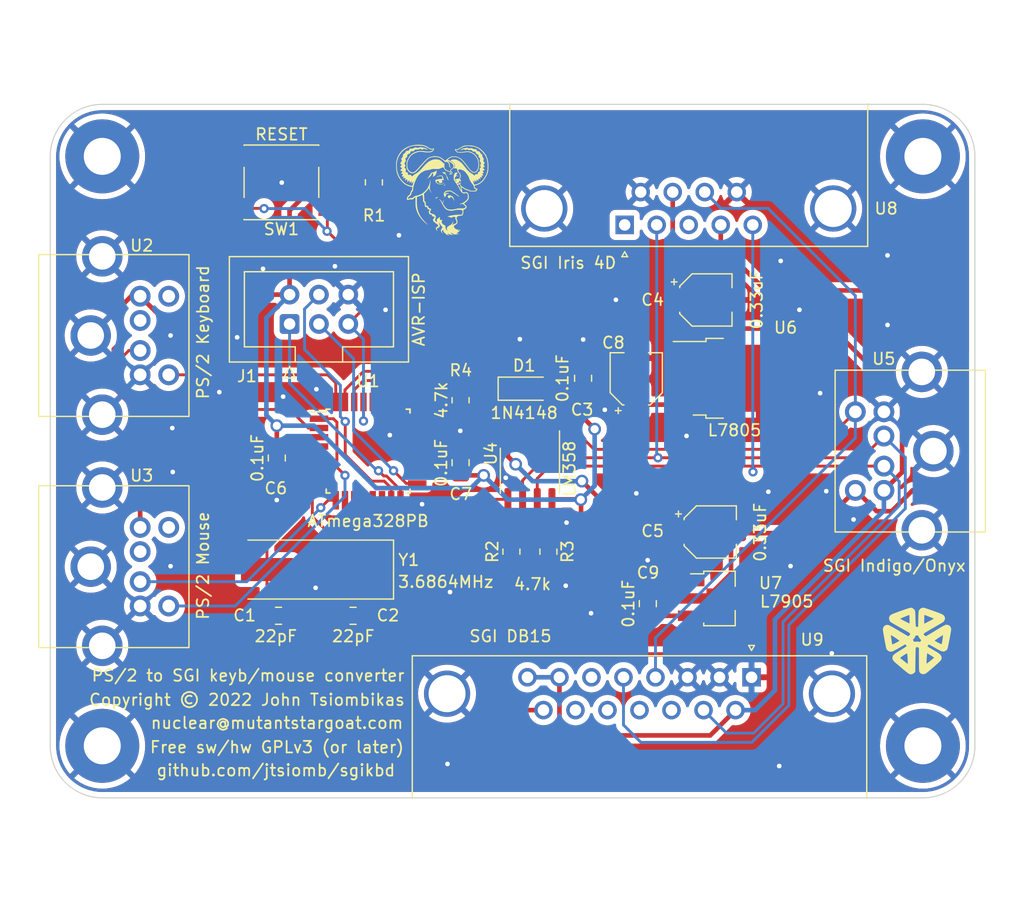
<source format=kicad_pcb>
(kicad_pcb (version 20211014) (generator pcbnew)
  (layers (0 "F.Cu" signal) (31 "B.Cu" signal) (34 "B.Paste" user) (35 "F.Paste" user) (36 "B.SilkS" user "B.Silkscreen") (37 "F.SilkS" user "F.Silkscreen") (38 "B.Mask" user) (39 "F.Mask" user) (44 "Edge.Cuts" user))
  (net 0 "")
  (net 1 "/XTAL0")
  (net 2 "GND")
  (net 3 "/XTAL1")
  (net 4 "VCC")
  (net 5 "/VBUS+")
  (net 6 "/VBUS-")
  (net 7 "-5V")
  (net 8 "/RXD0")
  (net 9 "/MISO")
  (net 10 "/SCK")
  (net 11 "/TXD1_MOSI")
  (net 12 "/~{RESET}")
  (net 13 "/MCLK")
  (net 14 "/KBDATA")
  (net 17 "/MDATA")
  (net 32 "/TXD0")
  (net 33 "/KBCLK")
  (net 38 "/SGIKBTX")
  (net 39 "/VREF")
  (net 40 "/SGIKBRX")
  (net 41 "/SGIMRX")
  (footprint "LOGO" (layer "F.Cu") (at 175 106.4)
    (fp_text reference "G***" hide)
    (fp_text value "LOGO" hide)
  )
  (footprint "Button_Switch_SMD:SW_Push_1P1T_NO_6x6mm_H9.5mm" (layer "F.Cu") (at 119.981981 66.731981 180)
    (fp_text reference "SW1")
    (fp_text value "RESET")
  )
  (footprint "Capacitor_SMD:C_0805_2012Metric_Pad1.18x1.45mm_HandSolder" (layer "F.Cu") (at 119.581981 90.581981 -90)
    (fp_text reference "C6")
    (fp_text value "0.1uF")
  )
  (footprint "Package_SO:SOIC-8_3.9x4.9mm_P1.27mm" (layer "F.Cu") (at 141.481981 91.681981 -90)
    (fp_text reference "U4")
    (fp_text value "LM358")
  )
  (footprint "sgikbd:minidin6" (layer "F.Cu") (at 98.981981 79.981981 -90)
    (fp_text reference "U2")
    (fp_text value "ps2kbd")
  )
  (footprint "Resistor_SMD:R_0805_2012Metric_Pad1.20x1.40mm_HandSolder" (layer "F.Cu") (at 139.881981 98.681981 90)
    (fp_text reference "R2")
    (fp_text value "4.7k")
  )
  (footprint "MountingHole:MountingHole_3.2mm_M3_Pad" (layer "F.Cu") (at 104.481981 64.481981)
    (fp_text reference "H3" hide)
    (fp_text value "mounting hole" hide)
  )
  (footprint "Connector_IDC:IDC-Header_2x03_P2.54mm_Vertical" (layer "F.Cu") (at 120.686981 78.984481 90)
    (fp_text reference "J1")
    (fp_text value "AVR-ISP")
  )
  (footprint "MountingHole:MountingHole_3.2mm_M3_Pad" (layer "F.Cu") (at 104.481981 115.481981)
    (fp_text reference "H4" hide)
    (fp_text value "mounting hole" hide)
  )
  (footprint "Capacitor_SMD:C_0805_2012Metric_Pad1.18x1.45mm_HandSolder" (layer "F.Cu") (at 135.481981 90.981981 90)
    (fp_text reference "C7")
    (fp_text value "0.1uF")
  )
  (footprint "Package_TO_SOT_SMD:SOT-89-3_Handsoldering" (layer "F.Cu") (at 157.581981 102.731981)
    (fp_text reference "U7")
    (fp_text value "L7905")
  )
  (footprint "Crystal:Crystal_SMD_HC49-SD" (layer "F.Cu") (at 122.981981 100.231981 180)
    (fp_text reference "Y1")
    (fp_text value "3.6864MHz")
  )
  (footprint "Connector_Dsub:DSUB-9_Female_Horizontal_P2.77x2.84mm_EdgePinOffset7.70mm_Housed_MountingHolesOffset9.12mm" (layer "F.Cu") (at 149.681981 70.412312 180)
    (fp_text reference "U8")
    (fp_text value "sgi-db9")
  )
  (footprint "MountingHole:MountingHole_3.2mm_M3_Pad" (layer "F.Cu") (at 175.481981 115.481981)
    (fp_text reference "H1" hide)
    (fp_text value "mounting hole" hide)
  )
  (footprint "Package_QFP:TQFP-32_7x7mm_P0.8mm" (layer "F.Cu") (at 127.481981 89.981981)
    (fp_text reference "U1")
    (fp_text value "ATmega328PB")
  )
  (footprint "Capacitor_SMD:CP_Elec_4x5.4" (layer "F.Cu") (at 156.706981 76.906981)
    (fp_text reference "C4")
    (fp_text value "0.33uF")
  )
  (footprint "sgikbd:minidin6" (layer "F.Cu") (at 180.886981 89.981981 90)
    (fp_text reference "U5")
    (fp_text value "sgi-mdin6")
  )
  (footprint "MountingHole:MountingHole_3.2mm_M3_Pad" (layer "F.Cu") (at 175.481981 64.481981)
    (fp_text reference "H2" hide)
    (fp_text value "mounting hole" hide)
  )
  (footprint "Capacitor_SMD:CP_Elec_4x5.4" (layer "F.Cu") (at 150.681981 83.731981 90)
    (fp_text reference "C8")
    (fp_text value "0.33uF")
  )
  (footprint "Capacitor_SMD:CP_Elec_4x5.4" (layer "F.Cu") (at 157.081981 96.981981)
    (fp_text reference "C5")
    (fp_text value "0.33uF")
  )
  (footprint "Capacitor_SMD:C_0805_2012Metric_Pad1.18x1.45mm_HandSolder" (layer "F.Cu") (at 126.181981 104.231981 180)
    (fp_text reference "C2")
    (fp_text value "22pF")
  )
  (footprint "sgikbd:minidin6" (layer "F.Cu") (at 98.981981 99.981981 -90)
    (fp_text reference "U3")
    (fp_text value "ps2aux")
  )
  (footprint "Capacitor_SMD:C_0805_2012Metric_Pad1.18x1.45mm_HandSolder" (layer "F.Cu") (at 151.681981 103.181981 -90)
    (fp_text reference "C9")
    (fp_text value "0.1uF")
  )
  (footprint "Package_TO_SOT_SMD:TO-252-3_TabPin2" (layer "F.Cu") (at 159.181981 83.681981)
    (fp_text reference "U6")
    (fp_text value "L7805")
  )
  (footprint "Resistor_SMD:R_0805_2012Metric_Pad1.20x1.40mm_HandSolder" (layer "F.Cu") (at 135.481981 85.581981 -90)
    (fp_text reference "R4")
    (fp_text value "4.7k")
  )
  (footprint "Diode_SMD:D_SOD-123" (layer "F.Cu") (at 140.981981 84.581981)
    (fp_text reference "D1")
    (fp_text value "1N4148")
  )
  (footprint "Resistor_SMD:R_0805_2012Metric_Pad1.20x1.40mm_HandSolder" (layer "F.Cu") (at 143.081981 98.681981 -90)
    (fp_text reference "R3")
    (fp_text value "4.7k")
  )
  (footprint "LOGO" (layer "F.Cu") (at 133.9 67.4)
    (fp_text reference "G***" hide)
    (fp_text value "LOGO" hide)
  )
  (footprint "Resistor_SMD:R_0805_2012Metric_Pad1.20x1.40mm_HandSolder" (layer "F.Cu") (at 127.981981 66.731981 -90)
    (fp_text reference "R1")
    (fp_text value "4.7k")
  )
  (footprint "Capacitor_SMD:C_0805_2012Metric_Pad1.18x1.45mm_HandSolder" (layer "F.Cu") (at 119.731981 104.231981)
    (fp_text reference "C1")
    (fp_text value "22pF")
  )
  (footprint "Connector_Dsub:DSUB-15_Female_Horizontal_P2.77x2.84mm_EdgePinOffset7.70mm_Housed_MountingHolesOffset9.12mm" (layer "F.Cu") (at 160.656981 109.55165)
    (fp_text reference "U9")
    (fp_text value "sgi-db15")
  )
  (footprint "Capacitor_SMD:C_0805_2012Metric_Pad1.18x1.45mm_HandSolder" (layer "F.Cu") (at 146.081981 83.681981 90)
    (fp_text reference "C3")
    (fp_text value "0.1uF")
  )
  (gr_line (start 175.481981 119.981981) (end 104.481981 119.981981) (layer "Edge.Cuts") (width 0.1))
  (gr_arc (start 179.981981 115.481981) (mid 178.663962 118.663962) (end 175.481981 119.981981) (layer "Edge.Cuts") (width 0.1))
  (gr_line (start 179.981981 64.481981) (end 179.981981 115.481981) (layer "Edge.Cuts") (width 0.1))
  (gr_line (start 99.981981 115.481981) (end 99.981981 64.481981) (layer "Edge.Cuts") (width 0.1))
  (gr_arc (start 104.481981 119.981981) (mid 101.3 118.663962) (end 99.981981 115.481981) (layer "Edge.Cuts") (width 0.1))
  (gr_arc (start 99.981981 64.481981) (mid 101.3 61.3) (end 104.481981 59.981981) (layer "Edge.Cuts") (width 0.1))
  (gr_line (start 104.481981 59.981981) (end 175.481981 59.981981) (layer "Edge.Cuts") (width 0.1))
  (gr_arc (start 175.481981 59.981981) (mid 178.663962 61.3) (end 179.981981 64.481981) (layer "Edge.Cuts") (width 0.1))
  (gr_text "nuclear@mutantstargoat.com" (at 119.6 113.5) (layer "F.SilkS") (effects (font (size 1 1))))
  (gr_text "SGI DB15" (at 139.8 106) (layer "F.SilkS") (effects (font (size 1 1))))
  (gr_text "PS/2 to SGI keyb/mouse converter" (at 117.1 109.4) (layer "F.SilkS") (effects (font (size 1 1))))
  (gr_text "Copyright © 2022 John Tsiombikas" (at 117 111.5) (layer "F.SilkS") (effects (font (size 1 1))))
  (gr_text "SGI Iris 4D" (at 144.8 73.7) (layer "F.SilkS") (effects (font (size 1 1))))
  (gr_text "Free sw/hw GPLv3 (or later)" (at 119.6 115.6) (layer "F.SilkS") (effects (font (size 1 1))))
  (gr_text "PS/2 Mouse" (at 113.2 99.9 90) (layer "F.SilkS") (effects (font (size 1 1))))
  (gr_text "PS/2 Keyboard" (at 113.2 79.7 90) (layer "F.SilkS") (effects (font (size 1 1))))
  (gr_text "github.com/jtsiomb/sgikbd" (at 119.5 117.6) (layer "F.SilkS") (effects (font (size 1 1))))
  (gr_text "SGI Indigo/Onyx" (at 173 99.9) (layer "F.SilkS") (effects (font (size 1 1))))
  (segment (start 121.181981 95.481981) (end 118.731981 97.931981) (width 0.25) (layer "F.Cu") (net 1))
  (segment (start 118.731981 100.231981) (end 118.731981 104.194481) (width 0.25) (layer "F.Cu") (net 1))
  (segment (start 121.181981 92.981981) (end 121.181981 95.481981) (width 0.25) (layer "F.Cu") (net 1))
  (segment (start 122.181981 91.981981) (end 121.181981 92.981981) (width 0.25) (layer "F.Cu") (net 1))
  (segment (start 118.731981 104.194481) (end 118.694481 104.231981) (width 0.25) (layer "F.Cu") (net 1))
  (segment (start 118.731981 97.931981) (end 118.731981 100.231981) (width 0.25) (layer "F.Cu") (net 1))
  (segment (start 123.231981 91.981981) (end 122.181981 91.981981) (width 0.25) (layer "F.Cu") (net 1))
  (segment (start 131.731981 89.581981) (end 130.341981 89.581981) (width 0.4) (layer "F.Cu") (net 2))
  (segment (start 131.731981 89.581981) (end 133.401981 89.581981) (width 0.4) (layer "F.Cu") (net 2))
  (segment (start 130.341981 89.581981) (end 129.36 88.6) (width 0.4) (layer "F.Cu") (net 2))
  (segment (start 135.476462 89.95) (end 135.481981 89.944481) (width 0.4) (layer "F.Cu") (net 2))
  (segment (start 133.401981 89.581981) (end 133.77 89.95) (width 0.4) (layer "F.Cu") (net 2))
  (segment (start 120.750519 91.619481) (end 119.581981 91.619481) (width 0.4) (layer "F.Cu") (net 2))
  (segment (start 121.988019 90.381981) (end 120.750519 91.619481) (width 0.4) (layer "F.Cu") (net 2))
  (segment (start 123.231981 90.381981) (end 121.988019 90.381981) (width 0.4) (layer "F.Cu") (net 2))
  (segment (start 133.77 89.95) (end 135.476462 89.95) (width 0.4) (layer "F.Cu") (net 2))
  (via (at 129.36 88.6) (size 0.8) (drill 0.4) (layers "F.Cu" "B.Cu") (net 2))
  (via (at 124.61 73.99) (size 0.8) (drill 0.4) (layers "F.Cu" "B.Cu") (net 2))
  (via (at 139.39 92.29) (size 0.8) (drill 0.4) (layers "F.Cu" "B.Cu") (net 2))
  (via (at 169.48 95.9) (size 0.8) (drill 0.4) (layers "F.Cu" "B.Cu") (net 2))
  (via (at 164.8 77.76) (size 0.8) (drill 0.4) (layers "F.Cu" "B.Cu") (net 2))
  (via (at 122.94 101.81) (size 0.8) (drill 0.4) (layers "F.Cu" "B.Cu") (net 2))
  (via (at 144.58 101.63) (size 0.8) (drill 0.4) (layers "F.Cu" "B.Cu") (net 2))
  (via (at 164.03 99.93) (size 0.8) (drill 0.4) (layers "F.Cu" "B.Cu") (net 2))
  (via (at 110.39 99.94) (size 0.8) (drill 0.4) (layers "F.Cu" "B.Cu") (net 2))
  (via (at 172.42 79.07) (size 0.8) (drill 0.4) (layers "F.Cu" "B.Cu") (net 2))
  (via (at 147.96 86.41) (size 0.8) (drill 0.4) (layers "F.Cu" "B.Cu") (net 2))
  (via (at 110.39 79.98) (size 0.8) (drill 0.4) (layers "F.Cu" "B.Cu") (net 2))
  (via (at 162.11 93.5) (size 0.8) (drill 0.4) (layers "F.Cu" "B.Cu") (net 2))
  (via (at 132.15 94.58) (size 0.8) (drill 0.4) (layers "F.Cu" "B.Cu") (net 2))
  (via (at 167.12 93.45) (size 0.8) (drill 0.4) (layers "F.Cu" "B.Cu") (net 2))
  (via (at 144.65 96.17) (size 0.8) (drill 0.4) (layers "F.Cu" "B.Cu") (net 2))
  (via (at 140.61 80.3) (size 0.8) (drill 0.4) (layers "F.Cu" "B.Cu") (net 2))
  (via (at 123.01 84.63) (size 0.8) (drill 0.4) (layers "F.Cu" "B.Cu") (net 2))
  (via (at 135.46 88.23) (size 0.8) (drill 0.4) (layers "F.Cu" "B.Cu") (net 2))
  (via (at 119.58 94.22) (size 0.8) (drill 0.4) (layers "F.Cu" "B.Cu") (net 2))
  (via (at 130.15 71.31) (size 0.8) (drill 0.4) (layers "F.Cu" "B.Cu") (net 2))
  (via (at 118.39 74.21) (size 0.8) (drill 0.4) (layers "F.Cu" "B.Cu") (net 2))
  (via (at 155.03 88.67) (size 0.8) (drill 0.4) (layers "F.Cu" "B.Cu") (net 2))
  (via (at 150.69 93.64) (size 0.8) (drill 0.4) (layers "F.Cu" "B.Cu") (net 2))
  (via (at 120.01 66.75) (size 0.8) (drill 0.4) (layers "F.Cu" "B.Cu") (net 2))
  (via (at 146.09 80.33) (size 0.8) (drill 0.4) (layers "F.Cu" "B.Cu") (net 2))
  (via (at 134.35 117.05) (size 0.8) (drill 0.4) (layers "F.Cu" "B.Cu") (net 2))
  (via (at 134.57 102.18) (size 0.8) (drill 0.4) (layers "F.Cu" "B.Cu") (net 2))
  (via (at 167.6 107.48) (size 0.8) (drill 0.4) (layers "F.Cu" "B.Cu") (net 2))
  (via (at 172.42 73.05) (size 0.8) (drill 0.4) (layers "F.Cu" "B.Cu") (net 2))
  (via (at 114.61 84.88) (size 0.8) (drill 0.4) (layers "F.Cu" "B.Cu") (net 2))
  (via (at 151.67 99.42) (size 0.8) (drill 0.4) (layers "F.Cu" "B.Cu") (net 2))
  (via (at 166.59 84.97) (size 0.8) (drill 0.4) (layers "F.Cu" "B.Cu") (net 2))
  (via (at 110.54 87.99) (size 0.8) (drill 0.4) (layers "F.Cu" "B.Cu") (net 2))
  (via (at 120.13 85.27) (size 0.8) (drill 0.4) (layers "F.Cu" "B.Cu") (net 2))
  (via (at 110.58 91.79) (size 0.8) (drill 0.4) (layers "F.Cu" "B.Cu") (net 2))
  (via (at 163.05 117.23) (size 0.8) (drill 0.4) (layers "F.Cu" "B.Cu") (net 2))
  (via (at 148.92 76.89) (size 0.8) (drill 0.4) (layers "F.Cu" "B.Cu") (net 2))
  (via (at 163.18 73.53) (size 0.8) (drill 0.4) (layers "F.Cu" "B.Cu") (net 2))
  (via (at 116.15 80.14) (size 0.8) (drill 0.4) (layers "F.Cu" "B.Cu") (net 2))
  (via (at 146.77 104.01) (size 0.8) (drill 0.4) (layers "F.Cu" "B.Cu") (net 2))
  (via (at 128.99 77.76) (size 0.8) (drill 0.4) (layers "F.Cu" "B.Cu") (net 2))
  (segment (start 123.231981 92.781981) (end 122.65748 93.356482) (width 0.25) (layer "F.Cu") (net 3))
  (segment (start 122.65748 95.65748) (end 127.231981 100.231981) (width 0.25) (layer "F.Cu") (net 3))
  (segment (start 127.231981 104.219481) (end 127.231981 100.231981) (width 0.25) (layer "F.Cu") (net 3))
  (segment (start 122.65748 93.356482) (end 122.65748 95.65748) (width 0.25) (layer "F.Cu") (net 3))
  (segment (start 127.219481 104.231981) (end 127.231981 104.219481) (width 0.25) (layer "F.Cu") (net 3))
  (segment (start 119.581981 89.544481) (end 119.564481 89.561981) (width 0.4) (layer "F.Cu") (net 4))
  (segment (start 146.081981 87.081981) (end 147.081981 88.081981) (width 0.4) (layer "F.Cu") (net 4))
  (segment (start 139.881981 102.081981) (end 139.881981 99.681981) (width 0.4) (layer "F.Cu") (net 4))
  (segment (start 144.17 79.19) (end 144.17 83.07) (width 0.4) (layer "F.Cu") (net 4))
  (segment (start 119.619481 89.581981) (end 123.231981 89.581981) (width 0.4) (layer "F.Cu") (net 4))
  (segment (start 119.581981 89.544481) (end 119.581981 87.781981) (width 0.4) (layer "F.Cu") (net 4))
  (segment (start 123.381981 66.481981) (end 120.686981 69.176981) (width 0.4) (layer "F.Cu") (net 4))
  (segment (start 140.97 103.17) (end 139.881981 102.081981) (width 0.4) (layer "F.Cu") (net 4))
  (segment (start 130.711981 65.731981) (end 144.17 79.19) (width 0.4) (layer "F.Cu") (net 4))
  (segment (start 127.981981 65.731981) (end 127.231981 66.481981) (width 0.4) (layer "F.Cu") (net 4))
  (segment (start 109.561981 78.381981) (end 112.081981 78.381981) (width 0.4) (layer "F.Cu") (net 4))
  (segment (start 135.444481 91.981981) (end 131.731981 91.981981) (width 0.4) (layer "F.Cu") (net 4))
  (segment (start 120.686981 69.176981) (end 120.686981 76.444481) (width 0.4) (layer "F.Cu") (net 4))
  (segment (start 144.17 83.07) (end 145.819481 84.719481) (width 0.4) (layer "F.Cu") (net 4))
  (segment (start 127.231981 66.481981) (end 123.381981 66.481981) (width 0.4) (layer "F.Cu") (net 4))
  (segment (start 107.761981 86.761981) (end 105.481981 84.481981) (width 0.4) (layer "F.Cu") (net 4))
  (segment (start 146.081981 84.719481) (end 149.869481 84.719481) (width 0.4) (layer "F.Cu") (net 4))
  (segment (start 127.981981 65.731981) (end 130.711981 65.731981) (width 0.4) (layer "F.Cu") (net 4))
  (segment (start 119.581981 89.544481) (end 119.619481 89.581981) (width 0.4) (layer "F.Cu") (net 4))
  (segment (start 114.019481 76.444481) (end 120.686981 76.444481) (width 0.4) (layer "F.Cu") (net 4))
  (segment (start 146.081981 84.719481) (end 146.081981 87.081981) (width 0.4) (layer "F.Cu") (net 4))
  (segment (start 137.481981 92.081981) (end 135.544481 92.081981) (width 0.4) (layer "F.Cu") (net 4))
  (segment (start 119.564481 89.561981) (end 107.761981 89.561981) (width 0.4) (layer "F.Cu") (net 4))
  (segment (start 105.481981 84.481981) (end 105.481981 81.163271) (width 0.4) (layer "F.Cu") (net 4))
  (segment (start 105.981981 80.663271) (end 105.981981 77.581981) (width 0.4) (layer "F.Cu") (net 4))
  (segment (start 112.081981 78.381981) (end 114.019481 76.444481) (width 0.4) (layer "F.Cu") (net 4))
  (segment (start 154.981981 85.961981) (end 151.111981 85.961981) (width 0.4) (layer "F.Cu") (net 4))
  (segment (start 107.761981 92.701981) (end 107.761981 89.561981) (width 0.4) (layer "F.Cu") (net 4))
  (segment (start 144.87 103.17) (end 140.97 103.17) (width 0.4) (layer "F.Cu") (net 4))
  (segment (start 149.869481 84.719481) (end 150.681981 85.531981) (width 0.4) (layer "F.Cu") (net 4))
  (segment (start 145.906981 94.156981) (end 145.906981 102.133019) (width 0.4) (layer "F.Cu") (net 4))
  (segment (start 151.111981 85.961981) (end 150.681981 85.531981) (width 0.4) (layer "F.Cu") (net 4))
  (segment (start 145.906981 94.156981) (end 145.881981 94.181981) (width 0.4) (layer "F.Cu") (net 4))
  (segment (start 145.906981 102.133019) (end 144.87 103.17) (width 0.4) (layer "F.Cu") (net 4))
  (segment (start 135.544481 92.081981) (end 135.481981 92.019481) (width 0.4) (layer "F.Cu") (net 4))
  (segment (start 105.481981 81.163271) (end 105.981981 80.663271) (width 0.4) (layer "F.Cu") (net 4))
  (segment (start 105.981981 77.581981) (end 106.981981 76.581981) (width 0.4) (layer "F.Cu") (net 4))
  (segment (start 106.981981 76.581981) (end 107.761981 76.581981) (width 0.4) (layer "F.Cu") (net 4))
  (segment (start 145.819481 84.719481) (end 146.081981 84.719481) (width 0.4) (layer "F.Cu") (net 4))
  (segment (start 135.481981 92.019481) (end 135.444481 91.981981) (width 0.4) (layer "F.Cu") (net 4))
  (segment (start 107.761981 76.581981) (end 109.561981 78.381981) (width 0.4) (layer "F.Cu") (net 4))
  (segment (start 107.761981 89.561981) (end 107.761981 86.761981) (width 0.4) (layer "F.Cu") (net 4))
  (segment (start 107.761981 92.701981) (end 107.761981 96.581981) (width 0.4) (layer "F.Cu") (net 4))
  (segment (start 145.906981 94.156981) (end 143.386981 94.156981) (width 0.4) (layer "F.Cu") (net 4))
  (via (at 137.481981 92.081981) (size 1.1) (drill 0.7) (layers "F.Cu" "B.Cu") (net 4))
  (via (at 119.581981 87.781981) (size 1.1) (drill 0.7) (layers "F.Cu" "B.Cu") (net 4))
  (via (at 147.081981 88.081981) (size 1.1) (drill 0.7) (layers "F.Cu" "B.Cu") (net 4))
  (via (at 145.881981 94.181981) (size 1.1) (drill 0.7) (layers "F.Cu" "B.Cu") (net 4))
  (segment (start 122.781981 87.781981) (end 128.181981 93.181981) (width 0.4) (layer "B.Cu") (net 4))
  (segment (start 119.581981 87.781981) (end 118.681981 86.881981) (width 0.4) (layer "B.Cu") (net 4))
  (segment (start 137.481981 92.081981) (end 139.581981 94.181981) (width 0.4) (layer "B.Cu") (net 4))
  (segment (start 147.081981 92.981981) (end 145.881981 94.181981) (width 0.4) (layer "B.Cu") (net 4))
  (segment (start 118.681981 78.449481) (end 120.686981 76.444481) (width 0.4) (layer "B.Cu") (net 4))
  (segment (start 147.081981 88.081981) (end 147.081981 92.981981) (width 0.4) (layer "B.Cu") (net 4))
  (segment (start 136.381981 93.181981) (end 137.481981 92.081981) (width 0.4) (layer "B.Cu") (net 4))
  (segment (start 119.581981 87.781981) (end 122.781981 87.781981) (width 0.4) (layer "B.Cu") (net 4))
  (segment (start 139.581981 94.181981) (end 145.881981 94.181981) (width 0.4) (layer "B.Cu") (net 4))
  (segment (start 128.181981 93.181981) (end 136.381981 93.181981) (width 0.4) (layer "B.Cu") (net 4))
  (segment (start 118.681981 86.881981) (end 118.681981 78.449481) (width 0.4) (layer "B.Cu") (net 4))
  (segment (start 153.836981 67.572312) (end 153.836981 75.836981) (width 0.4) (layer "F.Cu") (net 5))
  (segment (start 154.906981 76.906981) (end 154.981981 76.981981) (width 0.4) (layer "F.Cu") (net 5))
  (segment (start 144.981981 114.581981) (end 144.036981 113.636981) (width 0.4) (layer "F.Cu") (net 5))
  (segment (start 173.681981 91.806981) (end 173.681981 85.381981) (width 0.4) (layer "F.Cu") (net 5))
  (segment (start 154.981981 79.381981) (end 154.981981 81.401981) (width 0.4) (layer "F.Cu") (net 5))
  (segment (start 157.08165 114.581981) (end 144.981981 114.581981) (width 0.4) (layer "F.Cu") (net 5))
  (segment (start 167.681981 79.381981) (end 154.981981 79.381981) (width 0.4) (layer "F.Cu") (net 5))
  (segment (start 154.981981 76.981981) (end 154.981981 79.381981) (width 0.4) (layer "F.Cu") (net 5))
  (segment (start 144.036981 113.636981) (end 144.036981 109.55165) (width 0.4) (layer "F.Cu") (net 5))
  (segment (start 153.836981 75.836981) (end 154.906981 76.906981) (width 0.4) (layer "F.Cu") (net 5))
  (segment (start 159.271981 112.39165) (end 157.08165 114.581981) (width 0.4) (layer "F.Cu") (net 5))
  (segment (start 173.681981 85.381981) (end 167.681981 79.381981) (width 0.4) (layer "F.Cu") (net 5))
  (segment (start 172.106981 93.381981) (end 173.681981 91.806981) (width 0.4) (layer "F.Cu") (net 5))
  (segment (start 160.972312 112.39165) (end 159.271981 112.39165) (width 0.4) (layer "B.Cu") (net 5))
  (segment (start 172.106981 95.123019) (end 162.681981 104.548019) (width 0.4) (layer "B.Cu") (net 5))
  (segment (start 162.681981 104.548019) (end 162.681981 110.681981) (width 0.4) (layer "B.Cu") (net 5))
  (segment (start 162.681981 110.681981) (end 160.972312 112.39165) (width 0.4) (layer "B.Cu") (net 5))
  (segment (start 141.266981 109.55165) (end 144.036981 109.55165) (width 0.4) (layer "B.Cu") (net 5))
  (segment (start 172.106981 93.381981) (end 172.106981 95.123019) (width 0.4) (layer "B.Cu") (net 5))
  (segment (start 176.581981 93.381981) (end 174.581981 93.381981) (width 0.4) (layer "F.Cu") (net 6))
  (segment (start 156.731981 102.731981) (end 155.519481 102.731981) (width 0.4) (layer "F.Cu") (net 6))
  (segment (start 161.881981 76.081981) (end 172.781981 76.081981) (width 0.4) (layer "F.Cu") (net 6))
  (segment (start 158.981981 97.081981) (end 158.881981 96.981981) (width 0.4) (layer "F.Cu") (net 6))
  (segment (start 158.881981 96.981981) (end 158.881981 100.581981) (width 0.4) (layer "F.Cu") (net 6))
  (segment (start 157.081492 103.28247) (end 156.531003 102.731981) (width 0.4) (layer "F.Cu") (net 6))
  (segment (start 157.991981 70.412312) (end 157.991981 72.191981) (width 0.4) (layer "F.Cu") (net 6))
  (segment (start 140.481981 107.581981) (end 154.681003 107.581981) (width 0.4) (layer "F.Cu") (net 6))
  (segment (start 165.936981 97.081981) (end 158.981981 97.081981) (width 0.4) (layer "F.Cu") (net 6))
  (segment (start 171.481981 95.181981) (end 169.681981 93.381981) (width 0.4) (layer "F.Cu") (net 6))
  (segment (start 174.581981 93.381981) (end 172.781981 95.181981) (width 0.4) (layer "F.Cu") (net 6))
  (segment (start 172.781981 95.181981) (end 171.481981 95.181981) (width 0.4) (layer "F.Cu") (net 6))
  (segment (start 142.651981 112.39165) (end 140.39165 112.39165) (width 0.4) (layer "F.Cu") (net 6))
  (segment (start 169.636981 93.381981) (end 165.936981 97.081981) (width 0.4) (layer "F.Cu") (net 6))
  (segment (start 178.881981 91.081981) (end 176.581981 93.381981) (width 0.4) (layer "F.Cu") (net 6))
  (segment (start 172.781981 76.081981) (end 178.881981 82.181981) (width 0.4) (layer "F.Cu") (net 6))
  (segment (start 139.281981 111.281981) (end 139.281981 108.781981) (width 0.4) (layer "F.Cu") (net 6))
  (segment (start 154.681003 107.581981) (end 157.081492 105.181492) (width 0.4) (layer "F.Cu") (net 6))
  (segment (start 140.39165 112.39165) (end 139.281981 111.281981) (width 0.4) (layer "F.Cu") (net 6))
  (segment (start 156.531003 102.731981) (end 155.519481 102.731981) (width 0.4) (layer "F.Cu") (net 6))
  (segment (start 169.681981 93.381981) (end 169.636981 93.381981) (width 0.4) (layer "F.Cu") (net 6))
  (segment (start 158.881981 100.581981) (end 156.731981 102.731981) (width 0.4) (layer "F.Cu") (net 6))
  (segment (start 157.991981 72.191981) (end 161.881981 76.081981) (width 0.4) (layer "F.Cu") (net 6))
  (segment (start 157.081492 105.181492) (end 157.081492 103.28247) (width 0.4) (layer "F.Cu") (net 6))
  (segment (start 178.881981 82.181981) (end 178.881981 91.081981) (width 0.4) (layer "F.Cu") (net 6))
  (segment (start 139.281981 108.781981) (end 140.481981 107.581981) (width 0.4) (layer "F.Cu") (net 6))
  (segment (start 139.576981 89.206981) (end 139.576981 90.446981) (width 0.4) (layer "F.Cu") (net 7))
  (segment (start 151.694481 104.231981) (end 151.681981 104.219481) (width 0.4) (layer "F.Cu") (net 7))
  (segment (start 155.431981 104.231981) (end 151.694481 104.231981) (width 0.4) (layer "F.Cu") (net 7))
  (segment (start 151.681981 104.219481) (end 150.319481 104.219481) (width 0.4) (layer "F.Cu") (net 7))
  (segment (start 150.319481 104.219481) (end 149.481981 103.381981) (width 0.4) (layer "F.Cu") (net 7))
  (segment (start 149.481981 103.381981) (end 148.181981 102.081981) (width 0.4) (layer "F.Cu") (net 7))
  (segment (start 148.181981 102.081981) (end 148.181981 95.681981) (width 0.4) (layer "F.Cu") (net 7))
  (segment (start 139.576981 90.446981) (end 140.25 91.12) (width 0.4) (layer "F.Cu") (net 7))
  (segment (start 148.181981 95.681981) (end 148.181981 94.781981) (width 0.4) (layer "F.Cu") (net 7))
  (segment (start 148.181981 94.781981) (end 145.981981 92.581981) (width 0.4) (layer "F.Cu") (net 7))
  (via (at 140.25 91.12) (size 1.1) (drill 0.7) (layers "F.Cu" "B.Cu") (net 7))
  (via (at 145.981981 92.581981) (size 1.1) (drill 0.7) (layers "F.Cu" "B.Cu") (net 7))
  (segment (start 145.981981 92.581981) (end 141.711981 92.581981) (width 0.4) (layer "B.Cu") (net 7))
  (segment (start 141.711981 92.581981) (end 140.25 91.12) (width 0.4) (layer "B.Cu") (net 7))
  (segment (start 126.281981 84.681981) (end 127.081981 83.881981) (width 0.25) (layer "F.Cu") (net 8))
  (segment (start 127.081981 83.881981) (end 132.381981 83.881981) (width 0.25) (layer "F.Cu") (net 8))
  (segment (start 132.381981 83.881981) (end 133.081981 84.581981) (width 0.25) (layer "F.Cu") (net 8))
  (segment (start 139.331981 84.581981) (end 135.481981 84.581981) (width 0.25) (layer "F.Cu") (net 8))
  (segment (start 133.081981 84.581981) (end 135.481981 84.581981) (width 0.25) (layer "F.Cu") (net 8))
  (segment (start 126.281981 85.731981) (end 126.281981 84.681981) (width 0.25) (layer "F.Cu") (net 8))
  (segment (start 130.281981 93.346277) (end 129.068174 92.13247) (width 0.25) (layer "F.Cu") (net 9))
  (segment (start 128.832471 92.132471) (end 128.381981 91.681981) (width 0.25) (layer "F.Cu") (net 9))
  (segment (start 129.068174 92.13247) (end 128.832471 92.132471) (width 0.25) (layer "F.Cu") (net 9))
  (segment (start 130.281981 94.231981) (end 130.281981 93.346277) (width 0.25) (layer "F.Cu") (net 9))
  (via (at 128.381981 91.681981) (size 0.8) (drill 0.4) (layers "F.Cu" "B.Cu") (net 9))
  (segment (start 128.257381 91.681981) (end 120.686981 84.111581) (width 0.25) (layer "B.Cu") (net 9))
  (segment (start 128.381981 91.681981) (end 128.257381 91.681981) (width 0.25) (layer "B.Cu") (net 9))
  (segment (start 120.686981 84.111581) (end 120.686981 78.984481) (width 0.25) (layer "B.Cu") (net 9))
  (segment (start 131.731981 92.781981) (end 130.781981 92.781981) (width 0.25) (layer "F.Cu") (net 10))
  (segment (start 130.781981 92.781981) (end 129.681981 91.681981) (width 0.25) (layer "F.Cu") (net 10))
  (via (at 129.681981 91.681981) (size 0.8) (drill 0.4) (layers "F.Cu" "B.Cu") (net 10))
  (segment (start 126.228672 81.986172) (end 126.228672 88.228672) (width 0.25) (layer "B.Cu") (net 10))
  (segment (start 123.226981 78.984481) (end 126.228672 81.986172) (width 0.25) (layer "B.Cu") (net 10))
  (segment (start 126.228672 88.228672) (end 129.681981 91.681981) (width 0.25) (layer "B.Cu") (net 10))
  (segment (start 134.181981 95.981981) (end 130.181981 95.981981) (width 0.25) (layer "F.Cu") (net 11))
  (segment (start 136.006981 94.156981) (end 134.181981 95.981981) (width 0.25) (layer "F.Cu") (net 11))
  (segment (start 127.781981 92.581981) (end 125.504171 90.304171) (width 0.25) (layer "F.Cu") (net 11))
  (segment (start 125.504171 90.304171) (end 125.504171 87.42416) (width 0.25) (layer "F.Cu") (net 11))
  (segment (start 128.881981 92.581981) (end 127.781981 92.581981) (width 0.25) (layer "F.Cu") (net 11))
  (segment (start 129.481981 95.281981) (end 129.481981 94.231981) (width 0.25) (layer "F.Cu") (net 11))
  (segment (start 129.481981 94.231981) (end 129.481981 93.181981) (width 0.25) (layer "F.Cu") (net 11))
  (segment (start 130.181981 95.981981) (end 129.481981 95.281981) (width 0.25) (layer "F.Cu") (net 11))
  (segment (start 129.481981 93.181981) (end 128.881981 92.581981) (width 0.25) (layer "F.Cu") (net 11))
  (segment (start 139.576981 94.156981) (end 136.006981 94.156981) (width 0.25) (layer "F.Cu") (net 11))
  (via (at 125.504171 87.42416) (size 0.8) (drill 0.4) (layers "F.Cu" "B.Cu") (net 11))
  (segment (start 123.226981 76.444481) (end 121.981981 77.689481) (width 0.25) (layer "B.Cu") (net 11))
  (segment (start 121.981981 77.689481) (end 121.981981 81.181981) (width 0.25) (layer "B.Cu") (net 11))
  (segment (start 125.081981 87.00197) (end 125.504171 87.42416) (width 0.25) (layer "B.Cu") (net 11))
  (segment (start 121.981981 81.181981) (end 125.081981 84.281981) (width 0.25) (layer "B.Cu") (net 11))
  (segment (start 125.081981 84.281981) (end 125.081981 87.00197) (width 0.25) (layer "B.Cu") (net 11))
  (segment (start 127.081981 87.381981) (end 127.081981 85.731981) (width 0.25) (layer "F.Cu") (net 12))
  (segment (start 126.731981 68.981981) (end 123.956981 68.981981) (width 0.25) (layer "F.Cu") (net 12))
  (segment (start 118.461981 68.981981) (end 118.48 69) (width 0.25) (layer "F.Cu") (net 12))
  (segment (start 127.481981 77.269481) (end 127.481981 74.481981) (width 0.25) (layer "F.Cu") (net 12))
  (segment (start 127.981981 67.731981) (end 126.731981 68.981981) (width 0.25) (layer "F.Cu") (net 12))
  (segment (start 123.956981 70.956981) (end 123.956981 68.981981) (width 0.25) (layer "F.Cu") (net 12))
  (segment (start 125.766981 78.984481) (end 127.481981 77.269481) (width 0.25) (layer "F.Cu") (net 12))
  (segment (start 116.006981 68.981981) (end 118.461981 68.981981) (width 0.25) (layer "F.Cu") (net 12))
  (segment (start 127.481981 74.481981) (end 123.956981 70.956981) (width 0.25) (layer "F.Cu") (net 12))
  (via (at 123.93 70.96) (size 0.8) (drill 0.4) (layers "F.Cu" "B.Cu") (net 12))
  (via (at 127.081981 87.381981) (size 0.8) (drill 0.4) (layers "F.Cu" "B.Cu") (net 12))
  (via (at 118.48 69) (size 0.8) (drill 0.4) (layers "F.Cu" "B.Cu") (net 12))
  (segment (start 127.081981 80.299481) (end 127.081981 87.381981) (width 0.25) (layer "B.Cu") (net 12))
  (segment (start 123.93 70.96) (end 122.01 69) (width 0.25) (layer "B.Cu") (net 12))
  (segment (start 122.01 69) (end 118.48 69) (width 0.25) (layer "B.Cu") (net 12))
  (segment (start 125.766981 78.984481) (end 127.081981 80.299481) (width 0.25) (layer "B.Cu") (net 12))
  (segment (start 124.781981 87.481981) (end 124.481981 87.181981) (width 0.25) (layer "F.Cu") (net 13))
  (segment (start 125.481981 92.081981) (end 124.781981 91.381981) (width 0.25) (layer "F.Cu") (net 13))
  (segment (start 124.781981 91.381981) (end 124.781981 87.481981) (width 0.25) (layer "F.Cu") (net 13))
  (segment (start 124.481981 87.181981) (end 123.231981 87.181981) (width 0.25) (layer "F.Cu") (net 13))
  (via (at 125.481981 92.081981) (size 0.8) (drill 0.4) (layers "F.Cu" "B.Cu") (net 13))
  (segment (start 115.981981 103.381981) (end 123.881981 95.481981) (width 0.25) (layer "B.Cu") (net 13))
  (segment (start 110.231981 103.381981) (end 115.981981 103.381981) (width 0.25) (layer "B.Cu") (net 13))
  (segment (start 123.881981 95.481981) (end 125.481981 93.881981) (width 0.25) (layer "B.Cu") (net 13))
  (segment (start 125.481981 93.881981) (end 125.481981 92.081981) (width 0.25) (layer "B.Cu") (net 13))
  (segment (start 106.106492 84.206492) (end 108.281981 86.381981) (width 0.25) (layer "F.Cu") (net 14))
  (segment (start 120.707959 86.381981) (end 122.307959 87.981981) (width 0.25) (layer "F.Cu") (net 14))
  (segment (start 106.106492 81.95747) (end 106.106492 84.206492) (width 0.25) (layer "F.Cu") (net 14))
  (segment (start 106.781981 81.281981) (end 106.106492 81.95747) (width 0.25) (layer "F.Cu") (net 14))
  (segment (start 107.761981 81.281981) (end 106.781981 81.281981) (width 0.25) (layer "F.Cu") (net 14))
  (segment (start 108.281981 86.381981) (end 120.707959 86.381981) (width 0.25) (layer "F.Cu") (net 14))
  (segment (start 122.307959 87.981981) (end 123.231981 87.981981) (width 0.25) (layer "F.Cu") (net 14))
  (segment (start 124.031981 94.231981) (end 123.381981 94.881981) (width 0.25) (layer "F.Cu") (net 17))
  (segment (start 124.681981 94.231981) (end 124.031981 94.231981) (width 0.25) (layer "F.Cu") (net 17))
  (via (at 123.381981 94.881981) (size 0.8) (drill 0.4) (layers "F.Cu" "B.Cu") (net 17))
  (segment (start 116.981981 101.281981) (end 123.381981 94.881981) (width 0.25) (layer "B.Cu") (net 17))
  (segment (start 107.761981 101.281981) (end 116.981981 101.281981) (width 0.25) (layer "B.Cu") (net 17))
  (segment (start 125.481981 84.681981) (end 127.081981 83.081981) (width 0.25) (layer "F.Cu") (net 32))
  (segment (start 140.846981 84.046981) (end 140.846981 89.206981) (width 0.25) (layer "F.Cu") (net 32))
  (segment (start 125.481981 85.731981) (end 125.481981 84.681981) (width 0.25) (layer "F.Cu") (net 32))
  (segment (start 139.881981 83.081981) (end 140.846981 84.046981) (width 0.25) (layer "F.Cu") (net 32))
  (segment (start 127.081981 83.081981) (end 139.881981 83.081981) (width 0.25) (layer "F.Cu") (net 32))
  (segment (start 124.681981 84.081981) (end 124.681981 85.731981) (width 0.25) (layer "F.Cu") (net 33))
  (segment (start 123.981981 83.381981) (end 124.681981 84.081981) (width 0.25) (layer "F.Cu") (net 33))
  (segment (start 110.231981 83.381981) (end 123.981981 83.381981) (width 0.25) (layer "F.Cu") (net 33))
  (segment (start 142.631981 85.431981) (end 142.631981 84.581981) (width 0.25) (layer "F.Cu") (net 38))
  (segment (start 169.636981 86.581981) (end 166.388962 89.83) (width 0.25) (layer "F.Cu") (net 38))
  (segment (start 147.03 89.83) (end 142.631981 85.431981) (width 0.25) (layer "F.Cu") (net 38))
  (segment (start 166.388962 89.83) (end 147.03 89.83) (width 0.25) (layer "F.Cu") (net 38))
  (segment (start 169.636981 76.536981) (end 169.636981 86.581981) (width 0.25) (layer "B.Cu") (net 38))
  (segment (start 169.636981 88.854481) (end 169.636981 86.581981) (width 0.25) (layer "B.Cu") (net 38))
  (segment (start 152.346981 106.144481) (end 169.636981 88.854481) (width 0.25) (layer "B.Cu") (net 38))
  (segment (start 156.606981 67.572312) (end 158.01665 68.981981) (width 0.25) (layer "B.Cu") (net 38))
  (segment (start 152.346981 109.55165) (end 152.346981 106.144481) (width 0.25) (layer "B.Cu") (net 38))
  (segment (start 158.01665 68.981981) (end 162.081981 68.981981) (width 0.25) (layer "B.Cu") (net 38))
  (segment (start 162.081981 68.981981) (end 169.636981 76.536981) (width 0.25) (layer "B.Cu") (net 38))
  (segment (start 140.846981 96.716981) (end 142.116981 96.716981) (width 0.25) (layer "F.Cu") (net 39))
  (segment (start 142.116981 96.716981) (end 143.081981 97.681981) (width 0.25) (layer "F.Cu") (net 39))
  (segment (start 140.846981 94.156981) (end 140.846981 92.516981) (width 0.25) (layer "F.Cu") (net 39))
  (segment (start 142.116981 91.246981) (end 142.116981 89.206981) (width 0.25) (layer "F.Cu") (net 39))
  (segment (start 140.846981 92.516981) (end 142.116981 91.246981) (width 0.25) (layer "F.Cu") (net 39))
  (segment (start 139.881981 97.681981) (end 140.846981 96.716981) (width 0.25) (layer "F.Cu") (net 39))
  (segment (start 140.846981 96.716981) (end 140.846981 94.156981) (width 0.25) (layer "F.Cu") (net 39))
  (segment (start 172.106981 88.681981) (end 170.231482 90.55748) (width 0.25) (layer "F.Cu") (net 40))
  (segment (start 152.55748 90.55748) (end 144.73748 90.55748) (width 0.25) (layer "F.Cu") (net 40))
  (segment (start 144.73748 90.55748) (end 143.386981 89.206981) (width 0.25) (layer "F.Cu") (net 40))
  (segment (start 170.231482 90.55748) (end 152.55748 90.55748) (width 0.25) (layer "F.Cu") (net 40))
  (via (at 152.55748 90.55748) (size 0.8) (drill 0.4) (layers "F.Cu" "B.Cu") (net 40))
  (segment (start 173.96 90.535) (end 173.96 94.95) (width 0.25) (layer "B.Cu") (net 40))
  (segment (start 172.106981 88.681981) (end 173.96 90.535) (width 0.25) (layer "B.Cu") (net 40))
  (segment (start 152.451981 90.451981) (end 152.55748 90.55748) (width 0.25) (layer "B.Cu") (net 40))
  (segment (start 163.881981 105.028019) (end 163.881981 111.981981) (width 0.25) (layer "B.Cu") (net 40))
  (segment (start 160.681981 115.181981) (end 151.081981 115.181981) (width 0.25) (layer "B.Cu") (net 40))
  (segment (start 173.96 94.95) (end 163.881981 105.028019) (width 0.25) (layer "B.Cu") (net 40))
  (segment (start 163.881981 111.981981) (end 160.681981 115.181981) (width 0.25) (layer "B.Cu") (net 40))
  (segment (start 149.576981 113.676981) (end 149.576981 109.55165) (width 0.25) (layer "B.Cu") (net 40))
  (segment (start 152.451981 70.412312) (end 152.451981 90.451981) (width 0.25) (layer "B.Cu") (net 40))
  (segment (start 151.081981 115.181981) (end 149.576981 113.676981) (width 0.25) (layer "B.Cu") (net 40))
  (segment (start 142.116981 92.346981) (end 142.116981 94.156981) (width 0.25) (layer "F.Cu") (net 41))
  (segment (start 143.181981 91.281981) (end 142.116981 92.346981) (width 0.25) (layer "F.Cu") (net 41))
  (segment (start 172.106981 91.281981) (end 143.181981 91.281981) (width 0.25) (layer "F.Cu") (net 41))
  (via (at 160.781981 91.781981) (size 0.8) (drill 0.4) (layers "F.Cu" "B.Cu") (net 41))
  (segment (start 160.761981 91.761981) (end 160.781981 91.781981) (width 0.25) (layer "B.Cu") (net 41))
  (segment (start 163.381981 111.846277) (end 160.846277 114.381981) (width 0.25) (layer "B.Cu") (net 41))
  (segment (start 173.431492 94.708508) (end 163.381981 104.758019) (width 0.25) (layer "B.Cu") (net 41))
  (segment (start 160.846277 114.381981) (end 158.492312 114.381981) (width 0.25) (layer "B.Cu") (net 41))
  (segment (start 163.381981 104.758019) (end 163.381981 111.846277) (width 0.25) (layer "B.Cu") (net 41))
  (segment (start 173.431492 92.606492) (end 173.431492 94.708508) (width 0.25) (layer "B.Cu") (net 41))
  (segment (start 160.761981 70.412312) (end 160.761981 91.761981) (width 0.25) (layer "B.Cu") (net 41))
  (segment (start 158.492312 114.381981) (end 156.501981 112.39165) (width 0.25) (layer "B.Cu") (net 41))
  (segment (start 172.106981 91.281981) (end 173.431492 92.606492) (width 0.25) (layer "B.Cu") (net 41))
  (zone (net 2) (net_name "GND") (layers F&B.Cu) (connect_pads (clearance 0.508)) (min_thickness 0.254) (fill yes (thermal_gap 0.508) (thermal_bridge_width 0.508))
    (polygon (pts (xy 180 120) (xy 100 120) (xy 100 60) (xy 180 60)))
  )
)
</source>
